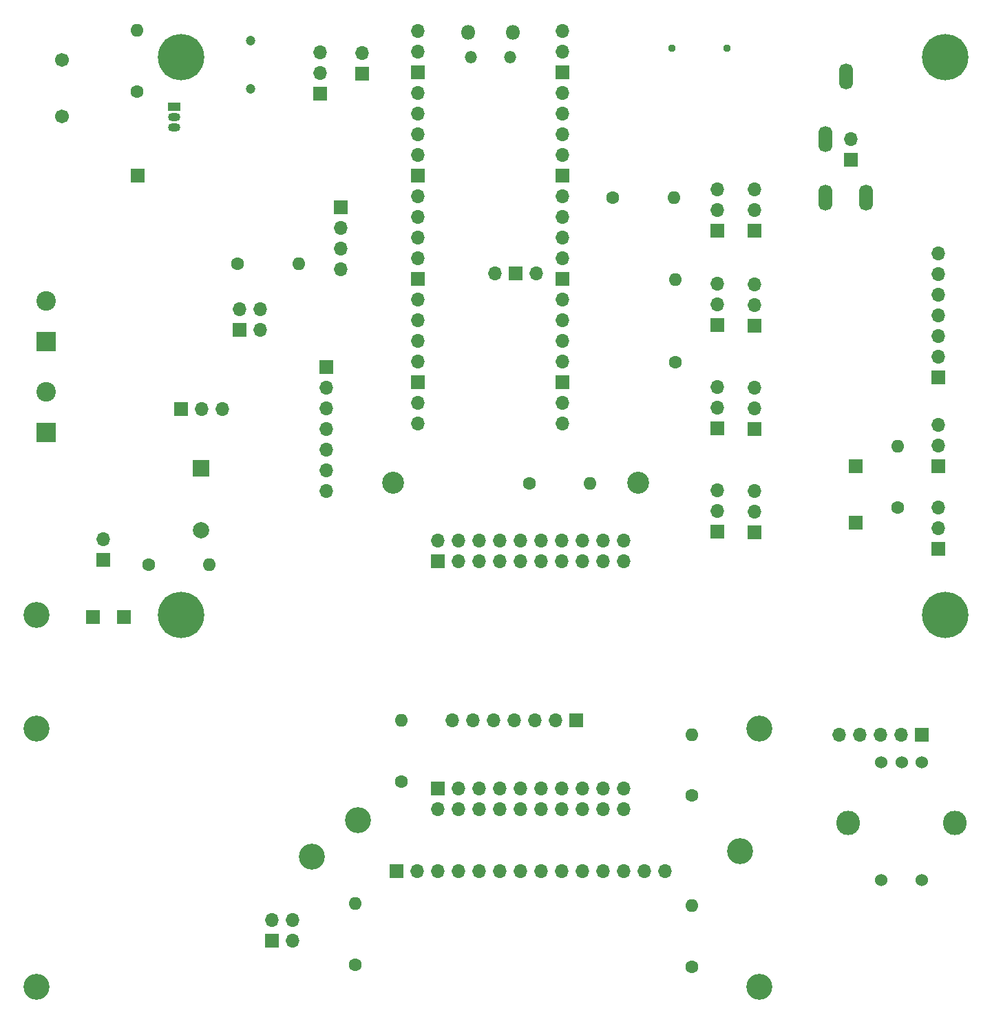
<source format=gbr>
%TF.GenerationSoftware,KiCad,Pcbnew,7.0.2*%
%TF.CreationDate,2024-01-05T18:48:20-08:00*%
%TF.ProjectId,MuKOB,4d754b4f-422e-46b6-9963-61645f706362,1.0*%
%TF.SameCoordinates,Original*%
%TF.FileFunction,Soldermask,Bot*%
%TF.FilePolarity,Negative*%
%FSLAX46Y46*%
G04 Gerber Fmt 4.6, Leading zero omitted, Abs format (unit mm)*
G04 Created by KiCad (PCBNEW 7.0.2) date 2024-01-05 18:48:20*
%MOMM*%
%LPD*%
G01*
G04 APERTURE LIST*
%ADD10C,1.524000*%
%ADD11O,2.900000X3.000000*%
%ADD12C,1.600000*%
%ADD13O,1.600000X1.600000*%
%ADD14R,2.400000X2.400000*%
%ADD15C,2.400000*%
%ADD16R,1.700000X1.700000*%
%ADD17O,1.700000X1.700000*%
%ADD18C,3.200000*%
%ADD19O,1.800000X1.800000*%
%ADD20O,1.500000X1.500000*%
%ADD21C,1.701800*%
%ADD22C,2.700000*%
%ADD23R,2.000000X2.000000*%
%ADD24C,2.000000*%
%ADD25C,3.600000*%
%ADD26C,5.700000*%
%ADD27C,0.950000*%
%ADD28C,1.200000*%
%ADD29R,1.500000X1.050000*%
%ADD30O,1.500000X1.050000*%
%ADD31O,1.712000X3.220000*%
G04 APERTURE END LIST*
D10*
%TO.C,RE1*%
X164823200Y-141581900D03*
X159823200Y-141581900D03*
X162323200Y-141581900D03*
X164823200Y-156081900D03*
X159823200Y-156081900D03*
D11*
X168923200Y-149081900D03*
X155723200Y-149081900D03*
%TD*%
D12*
%TO.C,CF1*%
X80680000Y-80264000D03*
D13*
X88180000Y-80264000D03*
%TD*%
D12*
%TO.C,CFA2*%
X69730000Y-117264000D03*
D13*
X77230000Y-117264000D03*
%TD*%
D14*
%TO.C,J12*%
X57150000Y-89836000D03*
D15*
X57150000Y-84836000D03*
%TD*%
D16*
%TO.C,TP1*%
X156680000Y-112164000D03*
%TD*%
%TO.C,TP2*%
X156680000Y-105214000D03*
%TD*%
%TO.C,JP3*%
X64180000Y-116704000D03*
D17*
X64180000Y-114164000D03*
%TD*%
D18*
%TO.C,M_H2*%
X144856200Y-169164000D03*
%TD*%
D16*
%TO.C,OP9*%
X144272000Y-76200000D03*
D17*
X144272000Y-73660000D03*
X144272000Y-71120000D03*
%TD*%
D16*
%TO.C,J19*%
X105266000Y-116885720D03*
D17*
X105266000Y-114345720D03*
X107806000Y-116885720D03*
X107806000Y-114345720D03*
X110346000Y-116885720D03*
X110346000Y-114345720D03*
X112886000Y-116885720D03*
X112886000Y-114345720D03*
X115426000Y-116885720D03*
X115426000Y-114345720D03*
X117966000Y-116885720D03*
X117966000Y-114345720D03*
X120506000Y-116885720D03*
X120506000Y-114345720D03*
X123046000Y-116885720D03*
X123046000Y-114345720D03*
X125586000Y-116885720D03*
X125586000Y-114345720D03*
X128126000Y-116885720D03*
X128126000Y-114345720D03*
%TD*%
D19*
%TO.C,U2*%
X109035000Y-51844400D03*
D20*
X109335000Y-54874400D03*
X114185000Y-54874400D03*
D19*
X114485000Y-51844400D03*
D17*
X102870000Y-51714400D03*
X102870000Y-54254400D03*
D16*
X102870000Y-56794400D03*
D17*
X102870000Y-59334400D03*
X102870000Y-61874400D03*
X102870000Y-64414400D03*
X102870000Y-66954400D03*
D16*
X102870000Y-69494400D03*
D17*
X102870000Y-72034400D03*
X102870000Y-74574400D03*
X102870000Y-77114400D03*
X102870000Y-79654400D03*
D16*
X102870000Y-82194400D03*
D17*
X102870000Y-84734400D03*
X102870000Y-87274400D03*
X102870000Y-89814400D03*
X102870000Y-92354400D03*
D16*
X102870000Y-94894400D03*
D17*
X102870000Y-97434400D03*
X102870000Y-99974400D03*
X120650000Y-99974400D03*
X120650000Y-97434400D03*
D16*
X120650000Y-94894400D03*
D17*
X120650000Y-92354400D03*
X120650000Y-89814400D03*
X120650000Y-87274400D03*
X120650000Y-84734400D03*
D16*
X120650000Y-82194400D03*
D17*
X120650000Y-79654400D03*
X120650000Y-77114400D03*
X120650000Y-74574400D03*
X120650000Y-72034400D03*
D16*
X120650000Y-69494400D03*
D17*
X120650000Y-66954400D03*
X120650000Y-64414400D03*
X120650000Y-61874400D03*
X120650000Y-59334400D03*
D16*
X120650000Y-56794400D03*
D17*
X120650000Y-54254400D03*
X120650000Y-51714400D03*
X112344100Y-81444400D03*
D16*
X114884100Y-81444400D03*
D17*
X117424100Y-81444400D03*
%TD*%
D21*
%TO.C,J14*%
X59072780Y-55194200D03*
X59072780Y-62204600D03*
%TD*%
D18*
%TO.C,M_H5*%
X55956200Y-123444000D03*
%TD*%
D16*
%TO.C,JP-PWR-2*%
X84905000Y-163539000D03*
D17*
X84905000Y-160999000D03*
X87445000Y-163539000D03*
X87445000Y-160999000D03*
%TD*%
D12*
%TO.C,CFA5*%
X136580000Y-145664000D03*
D13*
X136580000Y-138164000D03*
%TD*%
D22*
%TO.C,M_DISP4*%
X99796600Y-107213400D03*
%TD*%
D16*
%TO.C,JP1*%
X96012000Y-56894000D03*
D17*
X96012000Y-54354000D03*
%TD*%
D12*
%TO.C,CFA1*%
X68280000Y-59114000D03*
D13*
X68280000Y-51614000D03*
%TD*%
D16*
%TO.C,JP2*%
X156057600Y-67518200D03*
D17*
X156057600Y-64978200D03*
%TD*%
D23*
%TO.C,BZ1*%
X76200000Y-105420000D03*
D24*
X76200000Y-113020000D03*
%TD*%
D25*
%TO.C,M_KSI3*%
X73724200Y-123454400D03*
D26*
X73724200Y-123454400D03*
%TD*%
D16*
%TO.C,J16*%
X100191000Y-154950400D03*
D17*
X102731000Y-154950400D03*
X105271000Y-154950400D03*
X107811000Y-154950400D03*
X110351000Y-154950400D03*
X112891000Y-154950400D03*
X115431000Y-154950400D03*
X117971000Y-154950400D03*
X120511000Y-154950400D03*
X123051000Y-154950400D03*
X125591000Y-154950400D03*
X128131000Y-154950400D03*
X130671000Y-154950400D03*
X133211000Y-154950400D03*
%TD*%
D12*
%TO.C,CF5*%
X136580000Y-166714000D03*
D13*
X136580000Y-159214000D03*
%TD*%
D16*
%TO.C,OP2*%
X139675000Y-87833200D03*
D17*
X139675000Y-85293200D03*
X139675000Y-82753200D03*
%TD*%
D18*
%TO.C,M_DISP3*%
X89777000Y-153172400D03*
%TD*%
D12*
%TO.C,CFA3*%
X126830000Y-72164000D03*
D13*
X134330000Y-72164000D03*
%TD*%
D16*
%TO.C,OP8*%
X139700000Y-76200000D03*
D17*
X139700000Y-73660000D03*
X139700000Y-71120000D03*
%TD*%
D25*
%TO.C,M_KSI4*%
X167704200Y-123454400D03*
D26*
X167704200Y-123454400D03*
%TD*%
D12*
%TO.C,CF4*%
X100830000Y-143964000D03*
D13*
X100830000Y-136464000D03*
%TD*%
D18*
%TO.C,M_DISP2*%
X142482000Y-152537400D03*
%TD*%
D27*
%TO.C,J6*%
X140896000Y-53804900D03*
X134096000Y-53804900D03*
%TD*%
D16*
%TO.C,J17*%
X164846000Y-138201400D03*
D17*
X162306000Y-138201400D03*
X159766000Y-138201400D03*
X157226000Y-138201400D03*
X154686000Y-138201400D03*
%TD*%
D16*
%TO.C,J10*%
X166878000Y-94234000D03*
D17*
X166878000Y-91694000D03*
X166878000Y-89154000D03*
X166878000Y-86614000D03*
X166878000Y-84074000D03*
X166878000Y-81534000D03*
X166878000Y-78994000D03*
%TD*%
D16*
%TO.C,OP3*%
X139675000Y-100533200D03*
D17*
X139675000Y-97993200D03*
X139675000Y-95453200D03*
%TD*%
D16*
%TO.C,J15*%
X122351800Y-136398000D03*
D17*
X119811800Y-136398000D03*
X117271800Y-136398000D03*
X114731800Y-136398000D03*
X112191800Y-136398000D03*
X109651800Y-136398000D03*
X107111800Y-136398000D03*
%TD*%
D16*
%TO.C,OP7*%
X144272000Y-113284000D03*
D17*
X144272000Y-110744000D03*
X144272000Y-108204000D03*
%TD*%
D16*
%TO.C,J8*%
X166878000Y-115316000D03*
D17*
X166878000Y-112776000D03*
X166878000Y-110236000D03*
%TD*%
D16*
%TO.C,JP-PWR-1*%
X80955000Y-88389000D03*
D17*
X80955000Y-85849000D03*
X83495000Y-88389000D03*
X83495000Y-85849000D03*
%TD*%
D12*
%TO.C,CF2*%
X161830000Y-110264000D03*
D13*
X161830000Y-102764000D03*
%TD*%
D22*
%TO.C,M_DISP5*%
X129971800Y-107213400D03*
%TD*%
D14*
%TO.C,J11*%
X57150000Y-101012000D03*
D15*
X57150000Y-96012000D03*
%TD*%
D16*
%TO.C,TP4*%
X62920000Y-123714000D03*
%TD*%
D12*
%TO.C,CFA4*%
X95180000Y-166464000D03*
D13*
X95180000Y-158964000D03*
%TD*%
D16*
%TO.C,J5*%
X93330000Y-73314000D03*
D17*
X93330000Y-75854000D03*
X93330000Y-78394000D03*
X93330000Y-80934000D03*
%TD*%
D12*
%TO.C,R2*%
X134480000Y-92364000D03*
D13*
X134480000Y-82204000D03*
%TD*%
D18*
%TO.C,M_DISP1*%
X95492000Y-148727400D03*
%TD*%
%TO.C,M_H4*%
X144856200Y-137414000D03*
%TD*%
D16*
%TO.C,J1*%
X90830400Y-59394000D03*
D17*
X90830400Y-56854000D03*
X90830400Y-54314000D03*
%TD*%
D16*
%TO.C,OP4*%
X144272000Y-87884000D03*
D17*
X144272000Y-85344000D03*
X144272000Y-82804000D03*
%TD*%
D16*
%TO.C,TP3*%
X68380000Y-69464000D03*
%TD*%
%TO.C,OP6*%
X139675000Y-113233200D03*
D17*
X139675000Y-110693200D03*
X139675000Y-108153200D03*
%TD*%
D25*
%TO.C,M_KSI2*%
X73724200Y-54874400D03*
D26*
X73724200Y-54874400D03*
%TD*%
D12*
%TO.C,CF3*%
X116530000Y-107264000D03*
D13*
X124030000Y-107264000D03*
%TD*%
D16*
%TO.C,OP1*%
X73730000Y-98114000D03*
D17*
X76270000Y-98114000D03*
X78810000Y-98114000D03*
%TD*%
D25*
%TO.C,M_KSI1*%
X167704200Y-54874400D03*
D26*
X167704200Y-54874400D03*
%TD*%
D18*
%TO.C,M_H3*%
X55956200Y-137414000D03*
%TD*%
D16*
%TO.C,TP5*%
X66730000Y-123714000D03*
%TD*%
%TO.C,OP5*%
X144272000Y-100584000D03*
D17*
X144272000Y-98044000D03*
X144272000Y-95504000D03*
%TD*%
D18*
%TO.C,M_H1*%
X55956200Y-169164000D03*
%TD*%
D28*
%TO.C,J2*%
X82280000Y-52824400D03*
X82280000Y-58824400D03*
%TD*%
D29*
%TO.C,Q1*%
X72898000Y-60960000D03*
D30*
X72898000Y-62230000D03*
X72898000Y-63500000D03*
%TD*%
D16*
%TO.C,J4*%
X166878000Y-105156000D03*
D17*
X166878000Y-102616000D03*
X166878000Y-100076000D03*
%TD*%
D31*
%TO.C,J7*%
X155473400Y-57277000D03*
X152973400Y-72177000D03*
X157973400Y-72177000D03*
X152973400Y-64977000D03*
%TD*%
D16*
%TO.C,J3*%
X91555000Y-92974400D03*
D17*
X91555000Y-95514400D03*
X91555000Y-98054400D03*
X91555000Y-100594400D03*
X91555000Y-103134400D03*
X91555000Y-105674400D03*
X91555000Y-108214400D03*
%TD*%
D16*
%TO.C,J13*%
X105266000Y-144790400D03*
D17*
X105266000Y-147330400D03*
X107806000Y-144790400D03*
X107806000Y-147330400D03*
X110346000Y-144790400D03*
X110346000Y-147330400D03*
X112886000Y-144790400D03*
X112886000Y-147330400D03*
X115426000Y-144790400D03*
X115426000Y-147330400D03*
X117966000Y-144790400D03*
X117966000Y-147330400D03*
X120506000Y-144790400D03*
X120506000Y-147330400D03*
X123046000Y-144790400D03*
X123046000Y-147330400D03*
X125586000Y-144790400D03*
X125586000Y-147330400D03*
X128126000Y-144790400D03*
X128126000Y-147330400D03*
%TD*%
M02*

</source>
